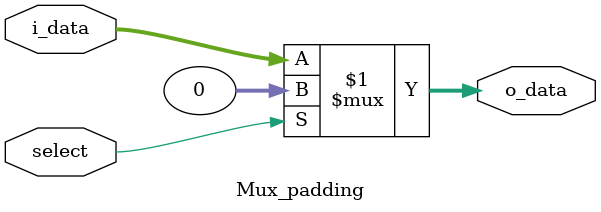
<source format=v>
module Mux_padding#(
    parameter DATA_WIDTH = 32
)(
    input [DATA_WIDTH-1:0] i_data,
    output [DATA_WIDTH-1:0] o_data,
    input select
);

    assign o_data = select ? {DATA_WIDTH{1'b0}} : i_data;

endmodule

</source>
